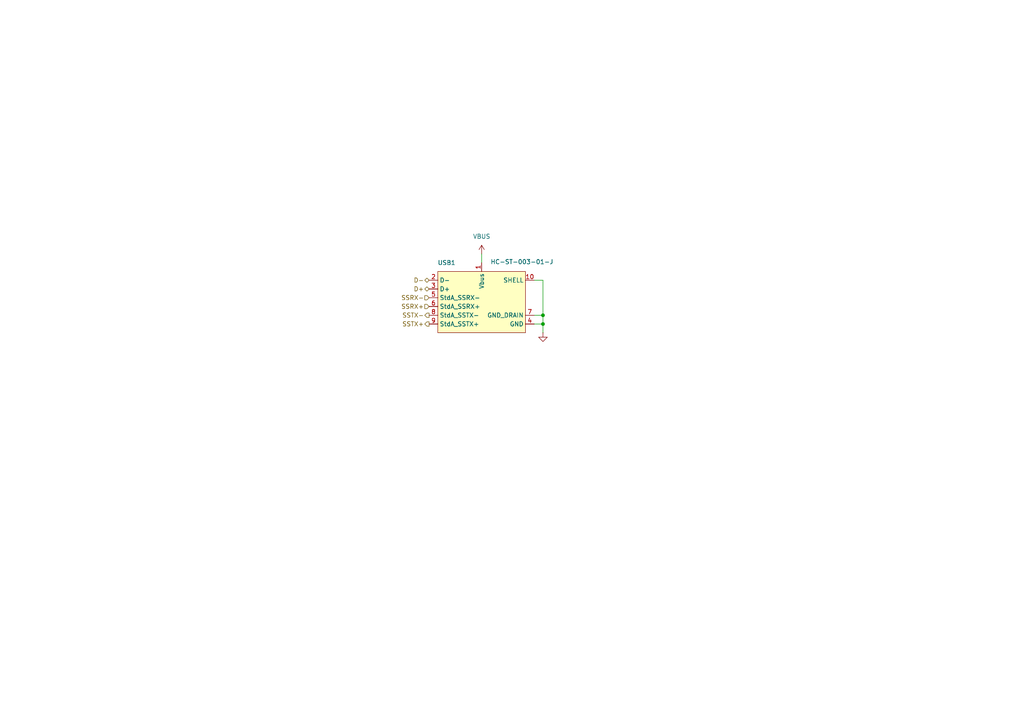
<source format=kicad_sch>
(kicad_sch (version 20250114) (generator "eeschema") (generator_version "9.0")
  (paper "A4")
  (lib_symbols
    (symbol "easyeda2kicad:HC-ST-003-01-J"
      (property "Reference" "USB" (at -11.176 12.192 0))
      (property "Value" "HC-ST-003-01-J" (at 10.16 11.938 0))
      (symbol "HC-ST-003-01-J_0_1"
        (rectangle (start -12.7 10.16) (end 12.7 -7.62) (fill (type background)))
        (pin unspecified line (at -15.24 7.62 0) (length 2.54) (name "D-") (number "2"))
        (pin unspecified line (at -15.24 5.08 0) (length 2.54) (name "D+") (number "3"))
        (pin unspecified line (at -15.24 2.54 0) (length 2.54) (name "StdA_SSRX-") (number "5"))
        (pin unspecified line (at -15.24 0 0) (length 2.54) (name "StdA_SSRX+") (number "6"))
        (pin unspecified line (at -15.24 -2.54 0) (length 2.54) (name "StdA_SSTX-") (number "8"))
        (pin unspecified line (at -15.24 -5.08 0) (length 2.54) (name "StdA_SSTX+") (number "9"))
        (pin unspecified line (at 0 12.7 270) (length 2.54) (name "Vbus") (number "1"))
        (pin unspecified line (at 15.24 7.62 180) (length 2.54) (name "SHELL") (number "10"))
        (pin unspecified line (at 15.24 7.62 180) (length 2.54) (hide yes) (name "SHELL") (number "11"))
        (pin unspecified line (at 15.24 -2.54 180) (length 2.54) (name "GND_DRAIN") (number "7"))
        (pin unspecified line (at 15.24 -5.08 180) (length 2.54) (name "GND") (number "4"))
      )
    )
    (symbol "power:GND" (power) (pin_numbers (hide yes)) (pin_names (offset 0) (hide yes))
      (property "Value" "GND" (at 0 -3.81 0))
      (symbol "GND_0_1"
        (polyline (pts (xy 0 0) (xy 0 -1.27) (xy 1.27 -1.27) (xy 0 -2.54) (xy -1.27 -1.27) (xy 0 -1.27)))
      )
      (symbol "GND_1_1"
        (pin power_in line (at 0 0 270) (length 0) (name "~") (number "1"))
      )
    )
    (symbol "power:VBUS" (power) (pin_numbers (hide yes)) (pin_names (offset 0) (hide yes))
      (property "Value" "VBUS" (at 0 3.556 0))
      (symbol "VBUS_0_1"
        (polyline (pts (xy -0.762 1.27) (xy 0 2.54)))
        (polyline (pts (xy 0 2.54) (xy 0.762 1.27)))
        (polyline (pts (xy 0 0) (xy 0 2.54)))
      )
      (symbol "VBUS_1_1"
        (pin power_in line (at 0 0 90) (length 0) (name "~") (number "1"))
      )
    )
  )
  (junction (at 157.48 91.44))
  (junction (at 157.48 93.98))
  (wire (pts (xy 139.7 73.66) (xy 139.7 76.2)))
  (wire (pts (xy 157.48 91.44) (xy 157.48 93.98)))
  (wire (pts (xy 154.94 81.28) (xy 157.48 81.28)))
  (wire (pts (xy 157.48 81.28) (xy 157.48 91.44)))
  (wire (pts (xy 154.94 93.98) (xy 157.48 93.98)))
  (wire (pts (xy 154.94 91.44) (xy 157.48 91.44)))
  (wire (pts (xy 157.48 93.98) (xy 157.48 96.52)))
  (hierarchical_label "D-" (shape bidirectional) (at 124.46 81.28 180))
  (hierarchical_label "D+" (shape bidirectional) (at 124.46 83.82 180))
  (hierarchical_label "SSTX+" (shape output) (at 124.46 93.98 180))
  (hierarchical_label "SSRX-" (shape input) (at 124.46 86.36 180))
  (hierarchical_label "SSRX+" (shape input) (at 124.46 88.9 180))
  (hierarchical_label "SSTX-" (shape output) (at 124.46 91.44 180))
  (symbol (lib_id "power:VBUS") (at 139.7 73.66 0) (unit 1)
    (property "Reference" "#PWR043" (effects (hide yes)))
    (property "Value" "VBUS" (at 139.7 68.58 0))
    (property "Description" "Power symbol creates a global label with name \"VBUS\"" (effects (hide yes)))
    (instances (project "skibidi-thinkbook-14-hub" (path "" (reference "#PWR043") (unit 1)) (path "" (reference "#PWR045") (unit 1))))
  )
  (symbol (lib_id "power:GND") (at 157.48 96.52 0) (unit 1)
    (property "Reference" "#PWR044" (effects (hide yes)))
    (property "Value" "GND" (effects (hide yes)))
    (property "Description" "Power symbol creates a global label with name \"GND\" , ground" (effects (hide yes)))
    (instances (project "skibidi-thinkbook-14-hub" (path "" (reference "#PWR044") (unit 1)) (path "" (reference "#PWR046") (unit 1))))
  )
  (symbol (lib_id "easyeda2kicad:HC-ST-003-01-J") (at 139.7 88.9 0) (unit 1)
    (property "Reference" "USB1" (at 129.54 76.2 0))
    (property "Value" "HC-ST-003-01-J" (at 151.384 75.946 0))
    (property "Footprint" "easyeda2kicad:USB-3.0-A-TH_HC-ST-003-01-Z" (effects (hide yes)))
    (property "LCSC Part" "C2845330" (effects (hide yes)))
    (instances (project "skibidi-thinkbook-14-hub" (path "" (reference "USB1") (unit 1)) (path "" (reference "USB2") (unit 1))))
  )
)
</source>
